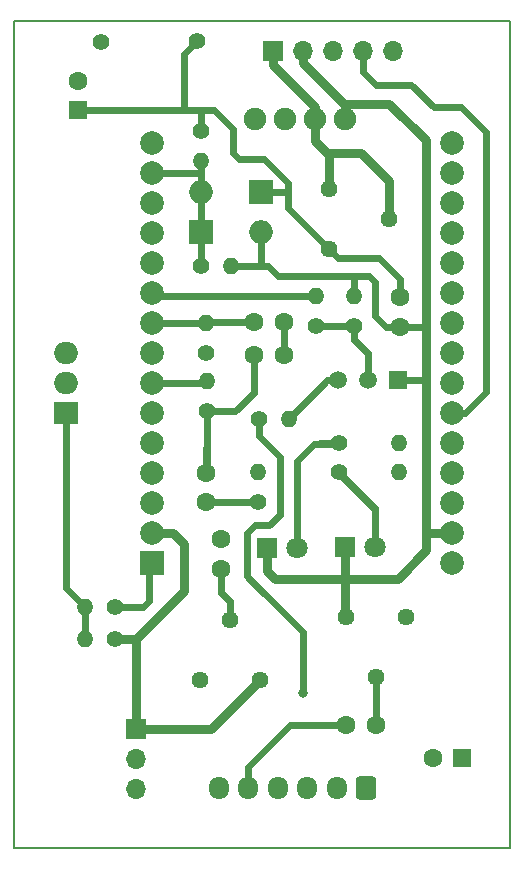
<source format=gbr>
%TF.GenerationSoftware,KiCad,Pcbnew,(6.0.9)*%
%TF.CreationDate,2023-02-20T20:31:07+03:00*%
%TF.ProjectId,ESP32_APRS,45535033-325f-4415-9052-532e6b696361,rev?*%
%TF.SameCoordinates,Original*%
%TF.FileFunction,Copper,L1,Top*%
%TF.FilePolarity,Positive*%
%FSLAX46Y46*%
G04 Gerber Fmt 4.6, Leading zero omitted, Abs format (unit mm)*
G04 Created by KiCad (PCBNEW (6.0.9)) date 2023-02-20 20:31:07*
%MOMM*%
%LPD*%
G01*
G04 APERTURE LIST*
G04 Aperture macros list*
%AMRoundRect*
0 Rectangle with rounded corners*
0 $1 Rounding radius*
0 $2 $3 $4 $5 $6 $7 $8 $9 X,Y pos of 4 corners*
0 Add a 4 corners polygon primitive as box body*
4,1,4,$2,$3,$4,$5,$6,$7,$8,$9,$2,$3,0*
0 Add four circle primitives for the rounded corners*
1,1,$1+$1,$2,$3*
1,1,$1+$1,$4,$5*
1,1,$1+$1,$6,$7*
1,1,$1+$1,$8,$9*
0 Add four rect primitives between the rounded corners*
20,1,$1+$1,$2,$3,$4,$5,0*
20,1,$1+$1,$4,$5,$6,$7,0*
20,1,$1+$1,$6,$7,$8,$9,0*
20,1,$1+$1,$8,$9,$2,$3,0*%
G04 Aperture macros list end*
%TA.AperFunction,Profile*%
%ADD10C,0.200000*%
%TD*%
%TA.AperFunction,ComponentPad*%
%ADD11R,2.000000X2.000000*%
%TD*%
%TA.AperFunction,ComponentPad*%
%ADD12O,2.000000X2.000000*%
%TD*%
%TA.AperFunction,ComponentPad*%
%ADD13C,1.400000*%
%TD*%
%TA.AperFunction,ComponentPad*%
%ADD14O,1.400000X1.400000*%
%TD*%
%TA.AperFunction,ComponentPad*%
%ADD15C,1.600000*%
%TD*%
%TA.AperFunction,ComponentPad*%
%ADD16R,1.600000X1.600000*%
%TD*%
%TA.AperFunction,ComponentPad*%
%ADD17R,1.700000X1.700000*%
%TD*%
%TA.AperFunction,ComponentPad*%
%ADD18O,1.700000X1.700000*%
%TD*%
%TA.AperFunction,ComponentPad*%
%ADD19C,2.000000*%
%TD*%
%TA.AperFunction,ComponentPad*%
%ADD20R,1.500000X1.500000*%
%TD*%
%TA.AperFunction,ComponentPad*%
%ADD21C,1.500000*%
%TD*%
%TA.AperFunction,ComponentPad*%
%ADD22RoundRect,0.250000X0.600000X0.725000X-0.600000X0.725000X-0.600000X-0.725000X0.600000X-0.725000X0*%
%TD*%
%TA.AperFunction,ComponentPad*%
%ADD23O,1.700000X1.950000*%
%TD*%
%TA.AperFunction,ComponentPad*%
%ADD24R,2.000000X1.905000*%
%TD*%
%TA.AperFunction,ComponentPad*%
%ADD25O,2.000000X1.905000*%
%TD*%
%TA.AperFunction,ComponentPad*%
%ADD26C,1.440000*%
%TD*%
%TA.AperFunction,ComponentPad*%
%ADD27R,1.800000X1.800000*%
%TD*%
%TA.AperFunction,ComponentPad*%
%ADD28C,1.800000*%
%TD*%
%TA.AperFunction,ComponentPad*%
%ADD29C,1.905000*%
%TD*%
%TA.AperFunction,ViaPad*%
%ADD30C,0.800000*%
%TD*%
%TA.AperFunction,Conductor*%
%ADD31C,0.600000*%
%TD*%
%TA.AperFunction,Conductor*%
%ADD32C,0.800000*%
%TD*%
%TA.AperFunction,Conductor*%
%ADD33C,0.250000*%
%TD*%
G04 APERTURE END LIST*
D10*
X120000000Y-125000000D02*
X120000000Y-55000000D01*
X120000000Y-55000000D02*
X162000000Y-55000000D01*
X120000000Y-125000000D02*
X162000000Y-125000000D01*
X162052000Y-55000000D02*
X162000000Y-125000000D01*
D11*
%TO.P,D1,1,K*%
%TO.N,V ref*%
X140910000Y-69480000D03*
D12*
%TO.P,D1,2,A*%
%TO.N,Net-(C2-Pad2)*%
X135830000Y-69480000D03*
%TD*%
D13*
%TO.P,R4,1*%
%TO.N,Net-(C2-Pad2)*%
X135850000Y-75690000D03*
D14*
%TO.P,R4,2*%
%TO.N,GND*%
X138390000Y-75690000D03*
%TD*%
D15*
%TO.P,C3,1*%
%TO.N,Net-(C3-Pad1)*%
X140370000Y-80420000D03*
%TO.P,C3,2*%
%TO.N,GND*%
X142870000Y-80420000D03*
%TD*%
D13*
%TO.P,R10,1*%
%TO.N,Net-(C4-Pad2)*%
X136330000Y-88030000D03*
D14*
%TO.P,R10,2*%
%TO.N,Net-(R10-Pad2)*%
X136330000Y-85490000D03*
%TD*%
D16*
%TO.P,C6,1*%
%TO.N,Net-(Brd2-Pad2)*%
X157990000Y-117384888D03*
D15*
%TO.P,C6,2*%
%TO.N,GND*%
X155490000Y-117384888D03*
%TD*%
D13*
%TO.P,R1,1*%
%TO.N,GND*%
X128580000Y-107280000D03*
D14*
%TO.P,R1,2*%
%TO.N,Net-(R1-Pad2)*%
X126040000Y-107280000D03*
%TD*%
D13*
%TO.P,RX2,1*%
%TO.N,Net-(RX2-Pad1)*%
X147550000Y-90720000D03*
D14*
%TO.P,RX2,2*%
%TO.N,Net-(RX2-Pad2)*%
X152630000Y-90720000D03*
%TD*%
D16*
%TO.P,C8,1*%
%TO.N,V ref*%
X125420000Y-62540000D03*
D15*
%TO.P,C8,2*%
%TO.N,GND*%
X125420000Y-60040000D03*
%TD*%
D17*
%TO.P,J1,1*%
%TO.N,GND*%
X130340000Y-114890000D03*
D18*
%TO.P,J1,2*%
%TO.N,Net-(Brd1-Pad6)*%
X130340000Y-117430000D03*
%TO.P,J1,3*%
X130340000Y-119970000D03*
%TD*%
D13*
%TO.P,R6,1*%
%TO.N,Net-(Brd1-Pad6)*%
X136320000Y-83090000D03*
D14*
%TO.P,R6,2*%
%TO.N,Net-(C3-Pad1)*%
X136320000Y-80550000D03*
%TD*%
D13*
%TO.P,REF\u002A\u002A,1*%
%TO.N,GND*%
X127390000Y-56790000D03*
%TD*%
D15*
%TO.P,C1,1*%
%TO.N,Net-(Brd1-Pad5)*%
X148170000Y-114560000D03*
%TO.P,C1,2*%
%TO.N,Net-(C1-Pad2)*%
X150670000Y-114560000D03*
%TD*%
%TO.P,C4,1*%
%TO.N,Net-(C4-Pad1)*%
X136290000Y-95710000D03*
%TO.P,C4,2*%
%TO.N,Net-(C4-Pad2)*%
X136290000Y-93210000D03*
%TD*%
D13*
%TO.P,R8,1*%
%TO.N,Net-(C4-Pad1)*%
X140650000Y-95720000D03*
D14*
%TO.P,R8,2*%
%TO.N,Net-(R8-Pad2)*%
X140650000Y-93180000D03*
%TD*%
D15*
%TO.P,C7,1*%
%TO.N,V ref*%
X152670000Y-78380000D03*
%TO.P,C7,2*%
%TO.N,GND*%
X152670000Y-80880000D03*
%TD*%
D13*
%TO.P,R5,1*%
%TO.N,Net-(JP1-Pad2)*%
X128580000Y-104610000D03*
D14*
%TO.P,R5,2*%
%TO.N,Net-(R1-Pad2)*%
X126040000Y-104610000D03*
%TD*%
D13*
%TO.P,R7,1*%
%TO.N,Net-(Q1-Pad2)*%
X148830000Y-80800000D03*
D14*
%TO.P,R7,2*%
%TO.N,GND*%
X148830000Y-78260000D03*
%TD*%
D13*
%TO.P,TX2,1*%
%TO.N,Net-(RX1-Pad2)*%
X147550000Y-93140000D03*
D14*
%TO.P,TX2,2*%
%TO.N,Net-(TX2-Pad2)*%
X152630000Y-93140000D03*
%TD*%
D11*
%TO.P,U2,1,VIN*%
%TO.N,Net-(JP1-Pad2)*%
X131687300Y-100859000D03*
D19*
%TO.P,U2,2,GND*%
%TO.N,GND*%
X131687300Y-98319000D03*
%TO.P,U2,3,D13*%
%TO.N,unconnected-(U2-Pad3)*%
X131687300Y-95779000D03*
%TO.P,U2,4,D12*%
%TO.N,unconnected-(U2-Pad4)*%
X131687300Y-93239000D03*
%TO.P,U2,5,D14*%
%TO.N,unconnected-(U2-Pad5)*%
X131687300Y-90699000D03*
%TO.P,U2,6,D27*%
%TO.N,unconnected-(U2-Pad6)*%
X131687300Y-88159000D03*
%TO.P,U2,7,D26*%
%TO.N,Net-(R10-Pad2)*%
X131687300Y-85619000D03*
%TO.P,U2,8,D25*%
%TO.N,unconnected-(U2-Pad8)*%
X131687300Y-83079000D03*
%TO.P,U2,9,D33*%
%TO.N,Net-(C3-Pad1)*%
X131687300Y-80539000D03*
%TO.P,U2,10,D32*%
%TO.N,Net-(R9-Pad2)*%
X131687300Y-77999000D03*
%TO.P,U2,11,D35*%
%TO.N,unconnected-(U2-Pad11)*%
X131687300Y-75459000D03*
%TO.P,U2,12,D34*%
%TO.N,unconnected-(U2-Pad12)*%
X131687300Y-72919000D03*
%TO.P,U2,13,VN*%
%TO.N,unconnected-(U2-Pad13)*%
X131687300Y-70379000D03*
%TO.P,U2,14,VP*%
%TO.N,Net-(C2-Pad2)*%
X131687300Y-67839000D03*
%TO.P,U2,15,EN*%
%TO.N,unconnected-(U2-Pad15)*%
X131687300Y-65299000D03*
%TO.P,U2,16,D23*%
%TO.N,unconnected-(U2-Pad16)*%
X157087300Y-65299000D03*
%TO.P,U2,17,D22*%
%TO.N,Net-(Brd2-Pad3)*%
X157087300Y-67839000D03*
%TO.P,U2,18,TX0*%
%TO.N,unconnected-(U2-Pad18)*%
X157087300Y-70379000D03*
%TO.P,U2,19,RX0*%
%TO.N,unconnected-(U2-Pad19)*%
X157087300Y-72919000D03*
%TO.P,U2,20,D21*%
%TO.N,Net-(Brd2-Pad4)*%
X157087300Y-75459000D03*
%TO.P,U2,21,D19*%
%TO.N,unconnected-(U2-Pad21)*%
X157087300Y-77999000D03*
%TO.P,U2,22,D18*%
%TO.N,unconnected-(U2-Pad22)*%
X157087300Y-80539000D03*
%TO.P,U2,23,D5*%
%TO.N,unconnected-(U2-Pad23)*%
X157087300Y-83079000D03*
%TO.P,U2,24,TX2*%
%TO.N,Net-(Brd3-Pad3)*%
X157087300Y-85619000D03*
%TO.P,U2,25,RX2*%
%TO.N,Net-(Brd3-Pad4)*%
X157087300Y-88159000D03*
%TO.P,U2,26,D4*%
%TO.N,Net-(RX2-Pad2)*%
X157087300Y-90699000D03*
%TO.P,U2,27,D2*%
%TO.N,Net-(TX2-Pad2)*%
X157087300Y-93239000D03*
%TO.P,U2,28,D15*%
%TO.N,unconnected-(U2-Pad28)*%
X157087300Y-95779000D03*
%TO.P,U2,29,GND*%
%TO.N,GND*%
X157087300Y-98319000D03*
%TO.P,U2,30,3V3*%
%TO.N,Net-(Brd2-Pad2)*%
X157087300Y-100859000D03*
%TD*%
D13*
%TO.P,R9,1*%
%TO.N,Net-(Q1-Pad2)*%
X145590000Y-80760000D03*
D14*
%TO.P,R9,2*%
%TO.N,Net-(R9-Pad2)*%
X145590000Y-78220000D03*
%TD*%
D15*
%TO.P,C2,1*%
%TO.N,Net-(C2-Pad1)*%
X137550000Y-101350000D03*
%TO.P,C2,2*%
%TO.N,Net-(C2-Pad2)*%
X137550000Y-98850000D03*
%TD*%
D17*
%TO.P,Brd3,1,VCC*%
%TO.N,Net-(Brd2-Pad2)*%
X141995000Y-57530000D03*
D18*
%TO.P,Brd3,2,GND*%
%TO.N,GND*%
X144535000Y-57530000D03*
%TO.P,Brd3,3,RXD*%
%TO.N,Net-(Brd3-Pad3)*%
X147075000Y-57530000D03*
%TO.P,Brd3,4,TXD*%
%TO.N,Net-(Brd3-Pad4)*%
X149615000Y-57530000D03*
%TO.P,Brd3,5,PPS*%
%TO.N,unconnected-(Brd3-Pad5)*%
X152155000Y-57530000D03*
%TD*%
D20*
%TO.P,Q1,1,E*%
%TO.N,GND*%
X152530000Y-85380000D03*
D21*
%TO.P,Q1,2,B*%
%TO.N,Net-(Q1-Pad2)*%
X149990000Y-85380000D03*
%TO.P,Q1,3,C*%
%TO.N,Net-(Q1-Pad3)*%
X147450000Y-85380000D03*
%TD*%
D13*
%TO.P,,1*%
%TO.N,V ref*%
X135530000Y-56660000D03*
%TD*%
D11*
%TO.P,D2,1,K*%
%TO.N,Net-(C2-Pad2)*%
X135820000Y-72810000D03*
D12*
%TO.P,D2,2,A*%
%TO.N,GND*%
X140900000Y-72810000D03*
%TD*%
D22*
%TO.P,Brd1,1,GND*%
%TO.N,GND*%
X149850000Y-119935000D03*
D23*
%TO.P,Brd1,2,VCC*%
%TO.N,Net-(Brd1-Pad2)*%
X147350000Y-119935000D03*
%TO.P,Brd1,3,PTT*%
%TO.N,Net-(Brd1-Pad3)*%
X144850000Y-119935000D03*
%TO.P,Brd1,4,SPK*%
%TO.N,Net-(Brd1-Pad4)*%
X142350000Y-119935000D03*
%TO.P,Brd1,5,MIC*%
%TO.N,Net-(Brd1-Pad5)*%
X139850000Y-119935000D03*
%TO.P,Brd1,6,SQL*%
%TO.N,Net-(Brd1-Pad6)*%
X137350000Y-119935000D03*
%TD*%
D15*
%TO.P,C5,1*%
%TO.N,GND*%
X142870000Y-83290000D03*
%TO.P,C5,2*%
%TO.N,Net-(C4-Pad2)*%
X140370000Y-83290000D03*
%TD*%
D13*
%TO.P,R2,1*%
%TO.N,Net-(Brd1-Pad3)*%
X140750000Y-88640000D03*
D14*
%TO.P,R2,2*%
%TO.N,Net-(Q1-Pad3)*%
X143290000Y-88640000D03*
%TD*%
D13*
%TO.P,R3,1*%
%TO.N,V ref*%
X135840000Y-64320000D03*
D14*
%TO.P,R3,2*%
%TO.N,Net-(C2-Pad2)*%
X135840000Y-66860000D03*
%TD*%
D24*
%TO.P,U1,1,ADJ*%
%TO.N,Net-(R1-Pad2)*%
X124389000Y-88138000D03*
D25*
%TO.P,U1,2,VO*%
%TO.N,Net-(JP1-Pad2)*%
X124389000Y-85598000D03*
%TO.P,U1,3,VI*%
%TO.N,Net-(Brd1-Pad2)*%
X124389000Y-83058000D03*
%TD*%
D26*
%TO.P,RV2,1,1*%
%TO.N,Net-(R8-Pad2)*%
X153210000Y-105420000D03*
%TO.P,RV2,2,2*%
%TO.N,Net-(C1-Pad2)*%
X150670000Y-110500000D03*
%TO.P,RV2,3,3*%
%TO.N,GND*%
X148130000Y-105420000D03*
%TD*%
D27*
%TO.P,TX1,1,K*%
%TO.N,GND*%
X141435000Y-99570000D03*
D28*
%TO.P,TX1,2,A*%
%TO.N,Net-(RX2-Pad1)*%
X143975000Y-99570000D03*
%TD*%
D26*
%TO.P,RV1,1,1*%
%TO.N,Net-(Brd1-Pad4)*%
X135740000Y-110770000D03*
%TO.P,RV1,2,2*%
%TO.N,Net-(C2-Pad1)*%
X138280000Y-105690000D03*
%TO.P,RV1,3,3*%
%TO.N,GND*%
X140820000Y-110770000D03*
%TD*%
%TO.P,RV3,1,1*%
%TO.N,Net-(Brd2-Pad2)*%
X146690000Y-69210000D03*
%TO.P,RV3,2,2*%
X151770000Y-71750000D03*
%TO.P,RV3,3,3*%
%TO.N,V ref*%
X146690000Y-74290000D03*
%TD*%
D29*
%TO.P,Brd2,1,GND*%
%TO.N,GND*%
X148082000Y-63246000D03*
%TO.P,Brd2,2,VCC*%
%TO.N,Net-(Brd2-Pad2)*%
X145542000Y-63246000D03*
%TO.P,Brd2,3,SCL*%
%TO.N,Net-(Brd2-Pad3)*%
X143002000Y-63246000D03*
%TO.P,Brd2,4,SDA*%
%TO.N,Net-(Brd2-Pad4)*%
X140462000Y-63246000D03*
%TD*%
D27*
%TO.P,RX1,1,K*%
%TO.N,GND*%
X148080000Y-99510000D03*
D28*
%TO.P,RX1,2,A*%
%TO.N,Net-(RX1-Pad2)*%
X150620000Y-99510000D03*
%TD*%
D30*
%TO.N,Net-(Brd1-Pad3)*%
X144460000Y-111890000D03*
%TD*%
D31*
%TO.N,Net-(C2-Pad2)*%
X135814000Y-72894000D02*
X135940000Y-73020000D01*
X135830000Y-72800000D02*
X135820000Y-72810000D01*
X135830000Y-69480000D02*
X135830000Y-72800000D01*
X135749000Y-67839000D02*
X135830000Y-67920000D01*
X135820000Y-75660000D02*
X135850000Y-75690000D01*
X135820000Y-72810000D02*
X135820000Y-75660000D01*
X131687300Y-67839000D02*
X135749000Y-67839000D01*
X135830000Y-69480000D02*
X135830000Y-67920000D01*
X135890000Y-75390000D02*
X136050000Y-75550000D01*
X135830000Y-67920000D02*
X135830000Y-66870000D01*
X135830000Y-66870000D02*
X135840000Y-66860000D01*
X136010000Y-73090000D02*
X135940000Y-73020000D01*
X135920000Y-72780000D02*
X136050000Y-72910000D01*
X131687300Y-67839000D02*
X133631000Y-67839000D01*
D32*
%TO.N,GND*%
X148080000Y-102220000D02*
X148080000Y-99510000D01*
X154940000Y-85220000D02*
X154940000Y-65090000D01*
D31*
X150590000Y-79930000D02*
X150590000Y-77070000D01*
X154740000Y-64890000D02*
X154940000Y-65090000D01*
X154940000Y-85220000D02*
X154940000Y-85780000D01*
X150590000Y-77070000D02*
X150050000Y-76530000D01*
D32*
X151810000Y-61960000D02*
X147960000Y-61960000D01*
D31*
X154940000Y-65090000D02*
X154940000Y-79190000D01*
X154940000Y-97770000D02*
X154940000Y-88770000D01*
D32*
X155051000Y-98319000D02*
X154940000Y-98430000D01*
D31*
X148080000Y-102220000D02*
X152500000Y-102220000D01*
X154940000Y-84430000D02*
X154940000Y-85220000D01*
X138390000Y-75690000D02*
X140800000Y-75690000D01*
D32*
X130320000Y-107280000D02*
X130340000Y-107300000D01*
D31*
X142862500Y-83307500D02*
X142860000Y-83310000D01*
D32*
X154940000Y-98430000D02*
X154940000Y-84430000D01*
D31*
X151540000Y-80880000D02*
X150590000Y-79930000D01*
D32*
X157087300Y-98319000D02*
X155051000Y-98319000D01*
D31*
X142400000Y-76530000D02*
X141560000Y-75690000D01*
X147735000Y-61735000D02*
X147960000Y-61960000D01*
D32*
X130340000Y-114890000D02*
X136700000Y-114890000D01*
X131687300Y-98319000D02*
X133489000Y-98319000D01*
D31*
X140900000Y-75590000D02*
X140800000Y-75690000D01*
X148080000Y-102220000D02*
X148080000Y-102640000D01*
X154940000Y-88770000D02*
X154940000Y-87000000D01*
X141560000Y-75690000D02*
X140800000Y-75690000D01*
D32*
X136700000Y-114890000D02*
X140820000Y-110770000D01*
D31*
X148080000Y-102640000D02*
X148080000Y-104904000D01*
X154940000Y-85780000D02*
X154940000Y-87000000D01*
D32*
X148080000Y-105370000D02*
X148130000Y-105420000D01*
D31*
X154940000Y-80780000D02*
X154940000Y-84430000D01*
X130360000Y-107280000D02*
X131560000Y-106080000D01*
X130340000Y-109810000D02*
X130340000Y-107300000D01*
X128580000Y-107280000D02*
X129950000Y-107280000D01*
D32*
X142150000Y-102220000D02*
X141435000Y-101505000D01*
D31*
X152530000Y-85380000D02*
X154780000Y-85380000D01*
X154780000Y-85380000D02*
X154940000Y-85220000D01*
D32*
X154940000Y-65090000D02*
X151810000Y-61960000D01*
D31*
X130340000Y-109810000D02*
X130340000Y-114890000D01*
X153390000Y-101330000D02*
X154940000Y-99780000D01*
X154940000Y-80780000D02*
X154840000Y-80880000D01*
X130340000Y-107300000D02*
X131560000Y-106080000D01*
D32*
X152500000Y-102220000D02*
X142150000Y-102220000D01*
X130340000Y-107300000D02*
X130340000Y-114890000D01*
D31*
X153430000Y-101330000D02*
X153390000Y-101330000D01*
X142862500Y-80360000D02*
X142862500Y-83307500D01*
X148100000Y-102660000D02*
X148080000Y-102640000D01*
D32*
X148080000Y-99510000D02*
X148080000Y-105370000D01*
D31*
X150050000Y-76530000D02*
X148910000Y-76530000D01*
X148830000Y-78260000D02*
X148830000Y-76610000D01*
X148082000Y-62082000D02*
X147735000Y-61735000D01*
X142150000Y-102220000D02*
X148080000Y-102220000D01*
X151810000Y-61960000D02*
X154740000Y-64890000D01*
D32*
X134420000Y-103220000D02*
X130360000Y-107280000D01*
D31*
X131560000Y-106080000D02*
X134420000Y-103220000D01*
X130340000Y-107670000D02*
X130340000Y-109810000D01*
D32*
X133489000Y-98319000D02*
X134420000Y-99250000D01*
D31*
X154840000Y-80880000D02*
X152670000Y-80880000D01*
X128580000Y-107280000D02*
X130360000Y-107280000D01*
X154940000Y-98430000D02*
X154940000Y-97770000D01*
D32*
X141435000Y-101505000D02*
X141435000Y-99570000D01*
D31*
X152670000Y-80880000D02*
X151540000Y-80880000D01*
D32*
X128580000Y-107280000D02*
X130320000Y-107280000D01*
X154940000Y-98430000D02*
X154940000Y-99780000D01*
D31*
X153096000Y-63246000D02*
X154740000Y-64890000D01*
X148830000Y-76610000D02*
X148910000Y-76530000D01*
D32*
X144535000Y-57530000D02*
X144535000Y-58535000D01*
X144535000Y-58535000D02*
X147960000Y-61960000D01*
D31*
X154940000Y-79190000D02*
X154940000Y-80780000D01*
X148910000Y-76530000D02*
X142400000Y-76530000D01*
D32*
X154940000Y-99780000D02*
X152500000Y-102220000D01*
D31*
X140900000Y-72810000D02*
X140900000Y-75590000D01*
D32*
X134420000Y-99250000D02*
X134420000Y-103220000D01*
X148082000Y-63246000D02*
X148082000Y-62082000D01*
D31*
%TO.N,Net-(Q1-Pad2)*%
X145590000Y-80760000D02*
X148790000Y-80760000D01*
X145590000Y-80760000D02*
X145660000Y-80760000D01*
X148790000Y-80760000D02*
X148830000Y-80800000D01*
X148830000Y-81950000D02*
X148830000Y-80800000D01*
X145630000Y-80800000D02*
X145590000Y-80760000D01*
X149990000Y-83110000D02*
X148830000Y-81950000D01*
X149990000Y-85380000D02*
X149990000Y-83110000D01*
%TO.N,Net-(Q1-Pad3)*%
X147450000Y-85380000D02*
X146550000Y-85380000D01*
X146550000Y-85380000D02*
X143290000Y-88640000D01*
%TO.N,Net-(R1-Pad2)*%
X126040000Y-107280000D02*
X126040000Y-104610000D01*
X124389000Y-88138000D02*
X124389000Y-102959000D01*
X124389000Y-102959000D02*
X126040000Y-104610000D01*
%TO.N,Net-(R10-Pad2)*%
X135819000Y-85619000D02*
X135840000Y-85640000D01*
X131687300Y-85619000D02*
X135819000Y-85619000D01*
%TO.N,Net-(R9-Pad2)*%
X145590000Y-78220000D02*
X131908300Y-78220000D01*
X131908300Y-78220000D02*
X131687300Y-77999000D01*
%TO.N,Net-(Brd3-Pad4)*%
X153680000Y-60360000D02*
X155580000Y-62260000D01*
X159990000Y-64350000D02*
X159990000Y-86380000D01*
X155580000Y-62260000D02*
X157900000Y-62260000D01*
X150650000Y-60360000D02*
X153680000Y-60360000D01*
X158211000Y-88159000D02*
X157087300Y-88159000D01*
X157900000Y-62260000D02*
X159990000Y-64350000D01*
X159990000Y-86380000D02*
X158211000Y-88159000D01*
X149615000Y-59325000D02*
X150650000Y-60360000D01*
X149615000Y-57530000D02*
X149615000Y-59325000D01*
%TO.N,Net-(C3-Pad1)*%
X136450000Y-80420000D02*
X136320000Y-80550000D01*
D33*
X131687300Y-79895100D02*
X131676900Y-79884600D01*
D31*
X136309000Y-80539000D02*
X136320000Y-80550000D01*
D33*
X131687300Y-80539000D02*
X131687300Y-79895100D01*
D31*
X140370000Y-80420000D02*
X136450000Y-80420000D01*
X140112500Y-80610000D02*
X140362500Y-80360000D01*
X131687300Y-80539000D02*
X136309000Y-80539000D01*
%TO.N,Net-(C4-Pad2)*%
X136330000Y-92620000D02*
X136320000Y-92630000D01*
X136330000Y-91070000D02*
X136290000Y-91110000D01*
X140370000Y-83290000D02*
X140370000Y-86430000D01*
X140370000Y-86430000D02*
X140360000Y-86440000D01*
X136330000Y-88030000D02*
X136330000Y-91070000D01*
X136330000Y-91070000D02*
X136330000Y-92620000D01*
X138770000Y-88030000D02*
X136330000Y-88030000D01*
X136290000Y-91110000D02*
X136290000Y-93210000D01*
X140360000Y-83310000D02*
X140360000Y-86440000D01*
X140360000Y-86440000D02*
X138770000Y-88030000D01*
D33*
%TO.N,Net-(Brd2-Pad2)*%
X157087300Y-100859000D02*
X156845800Y-101100500D01*
D32*
X141995000Y-57530000D02*
X141995000Y-58685000D01*
D31*
X145520000Y-64370000D02*
X145520000Y-63268000D01*
D32*
X149410000Y-66180000D02*
X146580000Y-66180000D01*
D31*
X146690000Y-66290000D02*
X146380000Y-65980000D01*
X145520000Y-63268000D02*
X145542000Y-63246000D01*
D32*
X146690000Y-69210000D02*
X146690000Y-66290000D01*
D31*
X146380000Y-65980000D02*
X145542000Y-65142000D01*
D32*
X146690000Y-66290000D02*
X145542000Y-65142000D01*
X145542000Y-65142000D02*
X145542000Y-63246000D01*
X151770000Y-68540000D02*
X149410000Y-66180000D01*
X145542000Y-62232000D02*
X145542000Y-63246000D01*
D31*
X145542000Y-63246000D02*
X145830000Y-63534000D01*
D32*
X151770000Y-71750000D02*
X151770000Y-68540000D01*
X141995000Y-58685000D02*
X145542000Y-62232000D01*
X146580000Y-66180000D02*
X146380000Y-65980000D01*
D31*
%TO.N,Net-(Brd1-Pad3)*%
X139750000Y-101980000D02*
X139720000Y-101980000D01*
X139720000Y-98360000D02*
X140400000Y-97680000D01*
X139720000Y-101980000D02*
X139720000Y-98360000D01*
X140750000Y-88640000D02*
X140750000Y-90090000D01*
X142525000Y-96775000D02*
X142525000Y-91865000D01*
X140750000Y-90090000D02*
X142525000Y-91865000D01*
X144460000Y-106690000D02*
X139750000Y-101980000D01*
X144460000Y-111890000D02*
X144460000Y-106690000D01*
X141150000Y-103410000D02*
X139720000Y-101980000D01*
X141620000Y-97680000D02*
X142525000Y-96775000D01*
X140400000Y-97680000D02*
X141620000Y-97680000D01*
%TO.N,Net-(Brd1-Pad5)*%
X139850000Y-118100000D02*
X143390000Y-114560000D01*
X143390000Y-114560000D02*
X148280000Y-114560000D01*
X139850000Y-119935000D02*
X139850000Y-118100000D01*
X148170000Y-114560000D02*
X143390000Y-114560000D01*
%TO.N,Net-(C1-Pad2)*%
X150670000Y-114450000D02*
X150780000Y-114560000D01*
X150670000Y-110500000D02*
X150670000Y-114450000D01*
X150670000Y-114560000D02*
X150670000Y-110500000D01*
X150670000Y-110500000D02*
X150680000Y-110510000D01*
%TO.N,Net-(C2-Pad1)*%
X138280000Y-104100000D02*
X137550000Y-103370000D01*
X137550000Y-101350000D02*
X137550000Y-103370000D01*
X138280000Y-105690000D02*
X138280000Y-104100000D01*
%TO.N,Net-(C4-Pad1)*%
X136290000Y-95710000D02*
X140640000Y-95710000D01*
X140640000Y-95710000D02*
X140650000Y-95720000D01*
D33*
%TO.N,Net-(R8-Pad2)*%
X152654000Y-105410000D02*
X152628000Y-105410000D01*
D31*
%TO.N,Net-(RX1-Pad2)*%
X147540000Y-93210000D02*
X150620000Y-96290000D01*
X150620000Y-96370000D02*
X150620000Y-99510000D01*
X147500000Y-93250000D02*
X150620000Y-96370000D01*
X150940000Y-99190000D02*
X150620000Y-99510000D01*
X150620000Y-96210000D02*
X150620000Y-99510000D01*
X150620000Y-96290000D02*
X150620000Y-96370000D01*
X147550000Y-93140000D02*
X150620000Y-96210000D01*
%TO.N,Net-(RX2-Pad1)*%
X145460000Y-90760000D02*
X143975000Y-92245000D01*
X145960000Y-90720000D02*
X145930000Y-90750000D01*
X147550000Y-90720000D02*
X145960000Y-90720000D01*
X145930000Y-90750000D02*
X145470000Y-90750000D01*
X147530000Y-90750000D02*
X145930000Y-90750000D01*
X145470000Y-90750000D02*
X145460000Y-90760000D01*
X143975000Y-92245000D02*
X143975000Y-99570000D01*
X147480000Y-90760000D02*
X145460000Y-90760000D01*
%TO.N,Net-(JP1-Pad2)*%
X131460000Y-104070000D02*
X131460000Y-101086300D01*
X131460000Y-101086300D02*
X131687300Y-100859000D01*
X128580000Y-104610000D02*
X130920000Y-104610000D01*
X130920000Y-104610000D02*
X131460000Y-104070000D01*
%TO.N,V ref*%
X134460000Y-62530000D02*
X131850000Y-62530000D01*
X140910000Y-69480000D02*
X143020000Y-69480000D01*
X146690000Y-74290000D02*
X143460000Y-71060000D01*
X136920000Y-62530000D02*
X135740000Y-62530000D01*
X146690000Y-74290000D02*
X147450000Y-75050000D01*
X138545000Y-66145000D02*
X138545000Y-64155000D01*
D33*
X135840000Y-64320000D02*
X135850000Y-64330000D01*
D31*
X135840000Y-64320000D02*
X135840000Y-63150000D01*
X135530000Y-56660000D02*
X134460000Y-57730000D01*
X143230000Y-70830000D02*
X143460000Y-71060000D01*
D33*
X135850000Y-64330000D02*
X135870000Y-64330000D01*
D31*
X135840000Y-62630000D02*
X135740000Y-62530000D01*
X135220000Y-62530000D02*
X134460000Y-62530000D01*
X143230000Y-68710000D02*
X141160000Y-66640000D01*
X125440000Y-62530000D02*
X131850000Y-62530000D01*
X138545000Y-64155000D02*
X136920000Y-62530000D01*
X134460000Y-62530000D02*
X135740000Y-62530000D01*
X150920000Y-75050000D02*
X152670000Y-76800000D01*
X147450000Y-75050000D02*
X150920000Y-75050000D01*
X143020000Y-69480000D02*
X143230000Y-69690000D01*
X152670000Y-76800000D02*
X152670000Y-78380000D01*
X134460000Y-57730000D02*
X134460000Y-62530000D01*
X139040000Y-66640000D02*
X138545000Y-66145000D01*
X135840000Y-64320000D02*
X135840000Y-62630000D01*
X143230000Y-69690000D02*
X143230000Y-68710000D01*
X141160000Y-66640000D02*
X139040000Y-66640000D01*
X143230000Y-69690000D02*
X143230000Y-70830000D01*
%TD*%
M02*

</source>
